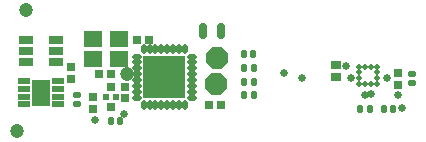
<source format=gts>
%FSLAX44Y44*%
%MOMM*%
G71*
G01*
G75*
G04 Layer_Color=8388736*
%ADD10C,1.0000*%
%ADD11R,0.6000X0.5000*%
G04:AMPARAMS|DCode=12|XSize=0.508mm|YSize=0.6096mm|CornerRadius=0.127mm|HoleSize=0mm|Usage=FLASHONLY|Rotation=0.000|XOffset=0mm|YOffset=0mm|HoleType=Round|Shape=RoundedRectangle|*
%AMROUNDEDRECTD12*
21,1,0.5080,0.3556,0,0,0.0*
21,1,0.2540,0.6096,0,0,0.0*
1,1,0.2540,0.1270,-0.1778*
1,1,0.2540,-0.1270,-0.1778*
1,1,0.2540,-0.1270,0.1778*
1,1,0.2540,0.1270,0.1778*
%
%ADD12ROUNDEDRECTD12*%
%ADD13P,1.7321X8X22.5*%
G04:AMPARAMS|DCode=14|XSize=0.508mm|YSize=0.6096mm|CornerRadius=0.127mm|HoleSize=0mm|Usage=FLASHONLY|Rotation=270.000|XOffset=0mm|YOffset=0mm|HoleType=Round|Shape=RoundedRectangle|*
%AMROUNDEDRECTD14*
21,1,0.5080,0.3556,0,0,270.0*
21,1,0.2540,0.6096,0,0,270.0*
1,1,0.2540,-0.1778,-0.1270*
1,1,0.2540,-0.1778,0.1270*
1,1,0.2540,0.1778,0.1270*
1,1,0.2540,0.1778,-0.1270*
%
%ADD14ROUNDEDRECTD14*%
G04:AMPARAMS|DCode=15|XSize=0.7112mm|YSize=1.3208mm|CornerRadius=0.1778mm|HoleSize=0mm|Usage=FLASHONLY|Rotation=0.000|XOffset=0mm|YOffset=0mm|HoleType=Round|Shape=RoundedRectangle|*
%AMROUNDEDRECTD15*
21,1,0.7112,0.9652,0,0,0.0*
21,1,0.3556,1.3208,0,0,0.0*
1,1,0.3556,0.1778,-0.4826*
1,1,0.3556,-0.1778,-0.4826*
1,1,0.3556,-0.1778,0.4826*
1,1,0.3556,0.1778,0.4826*
%
%ADD15ROUNDEDRECTD15*%
G04:AMPARAMS|DCode=16|XSize=0.275mm|YSize=0.275mm|CornerRadius=0.0688mm|HoleSize=0mm|Usage=FLASHONLY|Rotation=90.000|XOffset=0mm|YOffset=0mm|HoleType=Round|Shape=RoundedRectangle|*
%AMROUNDEDRECTD16*
21,1,0.2750,0.1375,0,0,90.0*
21,1,0.1375,0.2750,0,0,90.0*
1,1,0.1375,0.0688,0.0688*
1,1,0.1375,0.0688,-0.0688*
1,1,0.1375,-0.0688,-0.0688*
1,1,0.1375,-0.0688,0.0688*
%
%ADD16ROUNDEDRECTD16*%
G04:AMPARAMS|DCode=17|XSize=0.275mm|YSize=0.275mm|CornerRadius=0.0688mm|HoleSize=0mm|Usage=FLASHONLY|Rotation=180.000|XOffset=0mm|YOffset=0mm|HoleType=Round|Shape=RoundedRectangle|*
%AMROUNDEDRECTD17*
21,1,0.2750,0.1375,0,0,180.0*
21,1,0.1375,0.2750,0,0,180.0*
1,1,0.1375,-0.0688,0.0688*
1,1,0.1375,0.0688,0.0688*
1,1,0.1375,0.0688,-0.0688*
1,1,0.1375,-0.0688,-0.0688*
%
%ADD17ROUNDEDRECTD17*%
%ADD18R,0.6096X0.5080*%
%ADD19R,0.5000X0.6000*%
%ADD20R,1.0000X0.6000*%
%ADD21R,0.8500X0.3000*%
%ADD22R,1.3000X2.0000*%
%ADD23R,0.4000X0.4000*%
%ADD24R,0.6000X0.5500*%
%ADD25R,1.4000X1.2000*%
%ADD26R,3.4500X3.4500*%
%ADD27O,0.3000X0.6000*%
%ADD28O,0.6000X0.3000*%
%ADD29C,0.1270*%
%ADD30C,0.2540*%
%ADD31C,0.3000*%
%ADD32C,1.5240*%
%ADD33C,0.4500*%
G04:AMPARAMS|DCode=34|XSize=0.7mm|YSize=1.8mm|CornerRadius=0.175mm|HoleSize=0mm|Usage=FLASHONLY|Rotation=270.000|XOffset=0mm|YOffset=0mm|HoleType=Round|Shape=RoundedRectangle|*
%AMROUNDEDRECTD34*
21,1,0.7000,1.4500,0,0,270.0*
21,1,0.3500,1.8000,0,0,270.0*
1,1,0.3500,-0.7250,-0.1750*
1,1,0.3500,-0.7250,0.1750*
1,1,0.3500,0.7250,0.1750*
1,1,0.3500,0.7250,-0.1750*
%
%ADD34ROUNDEDRECTD34*%
G04:AMPARAMS|DCode=35|XSize=1.6mm|YSize=2.2mm|CornerRadius=0.4mm|HoleSize=0mm|Usage=FLASHONLY|Rotation=270.000|XOffset=0mm|YOffset=0mm|HoleType=Round|Shape=RoundedRectangle|*
%AMROUNDEDRECTD35*
21,1,1.6000,1.4000,0,0,270.0*
21,1,0.8000,2.2000,0,0,270.0*
1,1,0.8000,-0.7000,-0.4000*
1,1,0.8000,-0.7000,0.4000*
1,1,0.8000,0.7000,0.4000*
1,1,0.8000,0.7000,-0.4000*
%
%ADD35ROUNDEDRECTD35*%
%ADD36O,0.6000X1.6500*%
G04:AMPARAMS|DCode=37|XSize=0.6096mm|YSize=1.7018mm|CornerRadius=0.3048mm|HoleSize=0mm|Usage=FLASHONLY|Rotation=270.000|XOffset=0mm|YOffset=0mm|HoleType=Round|Shape=RoundedRectangle|*
%AMROUNDEDRECTD37*
21,1,0.6096,1.0922,0,0,270.0*
21,1,0.0000,1.7018,0,0,270.0*
1,1,0.6096,-0.5461,0.0000*
1,1,0.6096,-0.5461,0.0000*
1,1,0.6096,0.5461,0.0000*
1,1,0.6096,0.5461,0.0000*
%
%ADD37ROUNDEDRECTD37*%
G04:AMPARAMS|DCode=38|XSize=2.8194mm|YSize=1.016mm|CornerRadius=0.508mm|HoleSize=0mm|Usage=FLASHONLY|Rotation=180.000|XOffset=0mm|YOffset=0mm|HoleType=Round|Shape=RoundedRectangle|*
%AMROUNDEDRECTD38*
21,1,2.8194,0.0000,0,0,180.0*
21,1,1.8034,1.0160,0,0,180.0*
1,1,1.0160,-0.9017,0.0000*
1,1,1.0160,0.9017,0.0000*
1,1,1.0160,0.9017,0.0000*
1,1,1.0160,-0.9017,0.0000*
%
%ADD38ROUNDEDRECTD38*%
%ADD39C,0.2500*%
%ADD40C,0.3000*%
%ADD41C,0.1000*%
%ADD42C,0.3000*%
%ADD43C,0.1524*%
%ADD44C,0.7620*%
%ADD45C,0.2000*%
%ADD46R,0.1524X0.5049*%
%ADD47R,0.5049X0.1524*%
%ADD48R,0.6048X0.1524*%
%ADD49R,0.4500X0.4500*%
%ADD50R,0.4500X0.4500*%
%ADD51R,0.4500X0.4500*%
%ADD52R,0.4500X0.4500*%
%ADD53C,1.2032*%
%ADD54R,0.8032X0.7032*%
%ADD55P,1.9520X8X22.5*%
G04:AMPARAMS|DCode=56|XSize=0.4782mm|YSize=0.4782mm|CornerRadius=0.1704mm|HoleSize=0mm|Usage=FLASHONLY|Rotation=90.000|XOffset=0mm|YOffset=0mm|HoleType=Round|Shape=RoundedRectangle|*
%AMROUNDEDRECTD56*
21,1,0.4782,0.1375,0,0,90.0*
21,1,0.1375,0.4782,0,0,90.0*
1,1,0.3407,0.0688,0.0688*
1,1,0.3407,0.0688,-0.0688*
1,1,0.3407,-0.0688,-0.0688*
1,1,0.3407,-0.0688,0.0688*
%
%ADD56ROUNDEDRECTD56*%
G04:AMPARAMS|DCode=57|XSize=0.4782mm|YSize=0.4782mm|CornerRadius=0.1704mm|HoleSize=0mm|Usage=FLASHONLY|Rotation=180.000|XOffset=0mm|YOffset=0mm|HoleType=Round|Shape=RoundedRectangle|*
%AMROUNDEDRECTD57*
21,1,0.4782,0.1375,0,0,180.0*
21,1,0.1375,0.4782,0,0,180.0*
1,1,0.3407,-0.0688,0.0688*
1,1,0.3407,0.0688,0.0688*
1,1,0.3407,0.0688,-0.0688*
1,1,0.3407,-0.0688,-0.0688*
%
%ADD57ROUNDEDRECTD57*%
%ADD58R,0.8128X0.7112*%
%ADD59R,0.7032X0.8032*%
%ADD60R,1.2032X0.8032*%
%ADD61R,1.0532X0.5032*%
%ADD62R,1.5032X2.2032*%
%ADD63R,0.6032X0.6032*%
%ADD64R,0.8032X0.7532*%
%ADD65R,1.6032X1.4032*%
%ADD66R,3.6532X3.6532*%
%ADD67O,0.5032X0.8032*%
%ADD68O,0.8032X0.5032*%
%ADD69C,0.6532*%
D12*
X521398Y361696D02*
D03*
X513398D02*
D03*
X521398Y350266D02*
D03*
X513398D02*
D03*
Y373634D02*
D03*
X521398D02*
D03*
X513144Y385064D02*
D03*
X521144D02*
D03*
X619696Y338836D02*
D03*
X611696D02*
D03*
X631508D02*
D03*
X639508D02*
D03*
X408622Y328676D02*
D03*
X400622D02*
D03*
D14*
X371602Y350710D02*
D03*
Y342710D02*
D03*
X655828Y360490D02*
D03*
Y368490D02*
D03*
D15*
X494156Y404368D02*
D03*
X478156D02*
D03*
D53*
X414060Y368006D02*
D03*
X328422Y422402D02*
D03*
X321310Y319532D02*
D03*
D54*
X483950Y341630D02*
D03*
X493950D02*
D03*
X400478Y367792D02*
D03*
X390478D02*
D03*
X432736Y397002D02*
D03*
X422736D02*
D03*
D55*
X489966Y359410D02*
D03*
X490220Y382016D02*
D03*
D56*
X610990Y359530D02*
D03*
Y364530D02*
D03*
Y369530D02*
D03*
Y374530D02*
D03*
X625990D02*
D03*
Y369530D02*
D03*
Y364530D02*
D03*
Y359530D02*
D03*
D57*
X615990Y374530D02*
D03*
X620990D02*
D03*
Y359530D02*
D03*
X615990D02*
D03*
D58*
X591312Y375666D02*
D03*
Y365586D02*
D03*
D59*
X643382Y359236D02*
D03*
Y369236D02*
D03*
X366776Y363808D02*
D03*
Y373808D02*
D03*
X385318Y338916D02*
D03*
Y348916D02*
D03*
X412750Y357552D02*
D03*
Y347552D02*
D03*
D60*
X354076Y377952D02*
D03*
Y387452D02*
D03*
Y396952D02*
D03*
X329076D02*
D03*
Y377952D02*
D03*
Y387452D02*
D03*
D61*
X355576Y342548D02*
D03*
Y349048D02*
D03*
Y355548D02*
D03*
Y362048D02*
D03*
X327176Y342548D02*
D03*
Y349048D02*
D03*
Y355548D02*
D03*
Y362048D02*
D03*
D62*
X341376Y352298D02*
D03*
D63*
X396558Y348742D02*
D03*
X404558D02*
D03*
D64*
X400558Y356992D02*
D03*
Y340492D02*
D03*
D65*
X407240Y398136D02*
D03*
X385240Y398136D02*
D03*
X407240Y381136D02*
D03*
X385240Y381136D02*
D03*
D66*
X445770Y365506D02*
D03*
D67*
X428270Y389006D02*
D03*
X433270D02*
D03*
X438270D02*
D03*
X443270D02*
D03*
X448270D02*
D03*
X453270D02*
D03*
X458270D02*
D03*
X463270D02*
D03*
Y342006D02*
D03*
X458270D02*
D03*
X453270D02*
D03*
X448270D02*
D03*
X443270D02*
D03*
X438270D02*
D03*
X433270D02*
D03*
X428270D02*
D03*
D68*
X469270Y383006D02*
D03*
Y378006D02*
D03*
Y373006D02*
D03*
Y368006D02*
D03*
Y363006D02*
D03*
Y358006D02*
D03*
Y353006D02*
D03*
Y348006D02*
D03*
X422270D02*
D03*
Y353006D02*
D03*
Y358006D02*
D03*
Y363006D02*
D03*
Y368006D02*
D03*
Y373006D02*
D03*
Y378006D02*
D03*
Y383006D02*
D03*
D69*
X387350Y329438D02*
D03*
X411988Y334518D02*
D03*
X603758Y364490D02*
D03*
X615990Y350560D02*
D03*
X620990Y350988D02*
D03*
X599948Y374904D02*
D03*
X547370Y369316D02*
D03*
X634532Y364530D02*
D03*
X562356Y364998D02*
D03*
X643382Y350266D02*
D03*
X647446Y339598D02*
D03*
M02*

</source>
